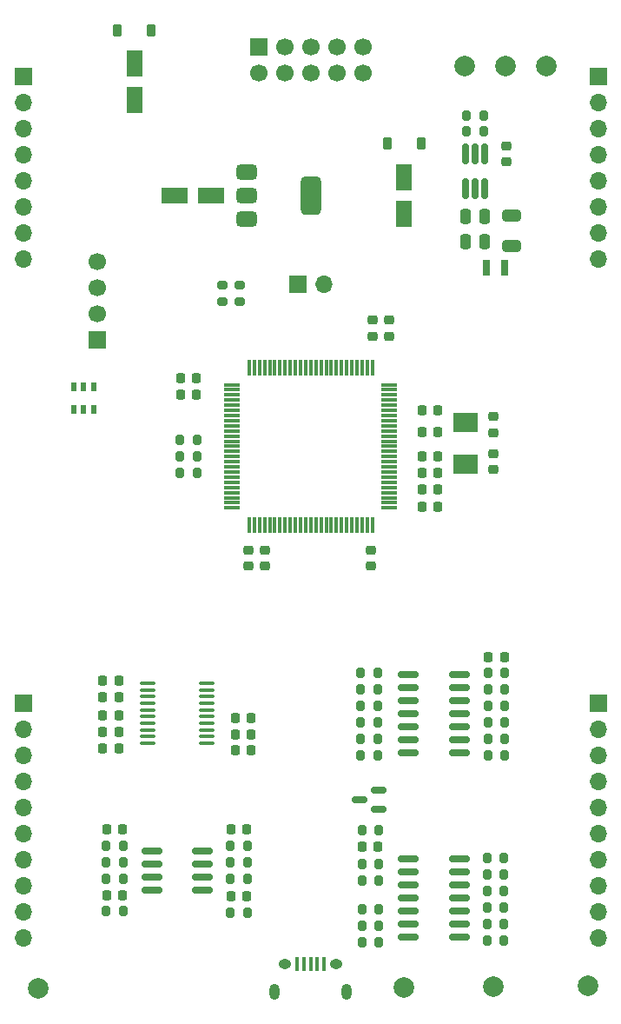
<source format=gbr>
%TF.GenerationSoftware,KiCad,Pcbnew,8.0.7*%
%TF.CreationDate,2025-01-14T15:56:34+00:00*%
%TF.ProjectId,Spectralist_Components,53706563-7472-4616-9c69-73745f436f6d,rev?*%
%TF.SameCoordinates,Original*%
%TF.FileFunction,Soldermask,Bot*%
%TF.FilePolarity,Negative*%
%FSLAX46Y46*%
G04 Gerber Fmt 4.6, Leading zero omitted, Abs format (unit mm)*
G04 Created by KiCad (PCBNEW 8.0.7) date 2025-01-14 15:56:34*
%MOMM*%
%LPD*%
G01*
G04 APERTURE LIST*
G04 Aperture macros list*
%AMRoundRect*
0 Rectangle with rounded corners*
0 $1 Rounding radius*
0 $2 $3 $4 $5 $6 $7 $8 $9 X,Y pos of 4 corners*
0 Add a 4 corners polygon primitive as box body*
4,1,4,$2,$3,$4,$5,$6,$7,$8,$9,$2,$3,0*
0 Add four circle primitives for the rounded corners*
1,1,$1+$1,$2,$3*
1,1,$1+$1,$4,$5*
1,1,$1+$1,$6,$7*
1,1,$1+$1,$8,$9*
0 Add four rect primitives between the rounded corners*
20,1,$1+$1,$2,$3,$4,$5,0*
20,1,$1+$1,$4,$5,$6,$7,0*
20,1,$1+$1,$6,$7,$8,$9,0*
20,1,$1+$1,$8,$9,$2,$3,0*%
G04 Aperture macros list end*
%ADD10R,1.700000X1.700000*%
%ADD11O,1.700000X1.700000*%
%ADD12RoundRect,0.200000X0.200000X0.275000X-0.200000X0.275000X-0.200000X-0.275000X0.200000X-0.275000X0*%
%ADD13RoundRect,0.150000X0.587500X0.150000X-0.587500X0.150000X-0.587500X-0.150000X0.587500X-0.150000X0*%
%ADD14RoundRect,0.225000X-0.250000X0.225000X-0.250000X-0.225000X0.250000X-0.225000X0.250000X0.225000X0*%
%ADD15RoundRect,0.225000X-0.225000X-0.250000X0.225000X-0.250000X0.225000X0.250000X-0.225000X0.250000X0*%
%ADD16RoundRect,0.250000X0.550000X-1.050000X0.550000X1.050000X-0.550000X1.050000X-0.550000X-1.050000X0*%
%ADD17RoundRect,0.225000X0.225000X0.250000X-0.225000X0.250000X-0.225000X-0.250000X0.225000X-0.250000X0*%
%ADD18RoundRect,0.250000X0.650000X-0.325000X0.650000X0.325000X-0.650000X0.325000X-0.650000X-0.325000X0*%
%ADD19RoundRect,0.225000X0.250000X-0.225000X0.250000X0.225000X-0.250000X0.225000X-0.250000X-0.225000X0*%
%ADD20C,2.000000*%
%ADD21RoundRect,0.250000X-0.550000X1.050000X-0.550000X-1.050000X0.550000X-1.050000X0.550000X1.050000X0*%
%ADD22R,2.400000X1.900000*%
%ADD23RoundRect,0.200000X-0.200000X-0.275000X0.200000X-0.275000X0.200000X0.275000X-0.200000X0.275000X0*%
%ADD24RoundRect,0.162500X0.162500X-0.837500X0.162500X0.837500X-0.162500X0.837500X-0.162500X-0.837500X0*%
%ADD25RoundRect,0.225000X0.225000X0.375000X-0.225000X0.375000X-0.225000X-0.375000X0.225000X-0.375000X0*%
%ADD26RoundRect,0.150000X-0.825000X-0.150000X0.825000X-0.150000X0.825000X0.150000X-0.825000X0.150000X0*%
%ADD27RoundRect,0.250000X-0.250000X-0.475000X0.250000X-0.475000X0.250000X0.475000X-0.250000X0.475000X0*%
%ADD28RoundRect,0.075000X0.725000X0.075000X-0.725000X0.075000X-0.725000X-0.075000X0.725000X-0.075000X0*%
%ADD29RoundRect,0.075000X0.075000X0.725000X-0.075000X0.725000X-0.075000X-0.725000X0.075000X-0.725000X0*%
%ADD30RoundRect,0.150000X0.825000X0.150000X-0.825000X0.150000X-0.825000X-0.150000X0.825000X-0.150000X0*%
%ADD31RoundRect,0.100000X-0.637500X-0.100000X0.637500X-0.100000X0.637500X0.100000X-0.637500X0.100000X0*%
%ADD32RoundRect,0.250000X1.050000X0.550000X-1.050000X0.550000X-1.050000X-0.550000X1.050000X-0.550000X0*%
%ADD33O,1.250000X0.950000*%
%ADD34O,1.000000X1.550000*%
%ADD35RoundRect,0.100000X0.100000X-0.575000X0.100000X0.575000X-0.100000X0.575000X-0.100000X-0.575000X0*%
%ADD36C,1.700000*%
%ADD37R,0.600000X0.950000*%
%ADD38RoundRect,0.200000X-0.275000X0.200000X-0.275000X-0.200000X0.275000X-0.200000X0.275000X0.200000X0*%
%ADD39R,0.800000X1.600000*%
%ADD40RoundRect,0.375000X-0.625000X-0.375000X0.625000X-0.375000X0.625000X0.375000X-0.625000X0.375000X0*%
%ADD41RoundRect,0.500000X-0.500000X-1.400000X0.500000X-1.400000X0.500000X1.400000X-0.500000X1.400000X0*%
G04 APERTURE END LIST*
D10*
%TO.C,J2*%
X158000000Y-58000000D03*
D11*
X158000000Y-60540000D03*
X158000000Y-63080000D03*
X158000000Y-65620000D03*
X158000000Y-68160000D03*
X158000000Y-70700000D03*
X158000000Y-73240000D03*
X158000000Y-75780000D03*
%TD*%
D10*
%TO.C,J4*%
X158000000Y-119000000D03*
D11*
X158000000Y-121540000D03*
X158000000Y-124080000D03*
X158000000Y-126620000D03*
X158000000Y-129160000D03*
X158000000Y-131700000D03*
X158000000Y-134240000D03*
X158000000Y-136780000D03*
X158000000Y-139320000D03*
X158000000Y-141860000D03*
%TD*%
D10*
%TO.C,J1*%
X102000000Y-58000000D03*
D11*
X102000000Y-60540000D03*
X102000000Y-63080000D03*
X102000000Y-65620000D03*
X102000000Y-68160000D03*
X102000000Y-70700000D03*
X102000000Y-73240000D03*
X102000000Y-75780000D03*
%TD*%
D10*
%TO.C,J3*%
X102000000Y-119000000D03*
D11*
X102000000Y-121540000D03*
X102000000Y-124080000D03*
X102000000Y-126620000D03*
X102000000Y-129160000D03*
X102000000Y-131700000D03*
X102000000Y-134240000D03*
X102000000Y-136780000D03*
X102000000Y-139320000D03*
X102000000Y-141860000D03*
%TD*%
D12*
%TO.C,R39*%
X118925000Y-96600000D03*
X117275000Y-96600000D03*
%TD*%
D13*
%TO.C,D3*%
X136637500Y-127450000D03*
X136637500Y-129350000D03*
X134762500Y-128400000D03*
%TD*%
D14*
%TO.C,C16*%
X137600000Y-81725000D03*
X137600000Y-83275000D03*
%TD*%
D15*
%TO.C,C21*%
X117325000Y-87400000D03*
X118875000Y-87400000D03*
%TD*%
D16*
%TO.C,C1*%
X139100000Y-71380000D03*
X139100000Y-67780000D03*
%TD*%
D14*
%TO.C,C22*%
X136000000Y-81725000D03*
X136000000Y-83275000D03*
%TD*%
D17*
%TO.C,C11*%
X111275000Y-118400000D03*
X109725000Y-118400000D03*
%TD*%
D15*
%TO.C,C32*%
X122225000Y-137800000D03*
X123775000Y-137800000D03*
%TD*%
D18*
%TO.C,C9*%
X149600000Y-74475000D03*
X149600000Y-71525000D03*
%TD*%
D12*
%TO.C,R25*%
X136525000Y-119300000D03*
X134875000Y-119300000D03*
%TD*%
D19*
%TO.C,C20*%
X123900000Y-105675000D03*
X123900000Y-104125000D03*
%TD*%
D12*
%TO.C,R30*%
X118925000Y-95000000D03*
X117275000Y-95000000D03*
%TD*%
%TO.C,R3*%
X111725000Y-132900000D03*
X110075000Y-132900000D03*
%TD*%
D15*
%TO.C,C31*%
X110125000Y-137700000D03*
X111675000Y-137700000D03*
%TD*%
D20*
%TO.C,TP8*%
X157000000Y-146500000D03*
%TD*%
D21*
%TO.C,C2*%
X112800000Y-56700000D03*
X112800000Y-60300000D03*
%TD*%
D22*
%TO.C,Y1*%
X145100000Y-95750000D03*
X145100000Y-91650000D03*
%TD*%
D23*
%TO.C,R6*%
X122175000Y-134500000D03*
X123825000Y-134500000D03*
%TD*%
D20*
%TO.C,TP6*%
X145000000Y-57000000D03*
%TD*%
D24*
%TO.C,U3*%
X146950000Y-68910000D03*
X146000000Y-68910000D03*
X145050000Y-68910000D03*
X145050000Y-65490000D03*
X146000000Y-65490000D03*
X146950000Y-65490000D03*
%TD*%
D17*
%TO.C,C12*%
X111275000Y-116800000D03*
X109725000Y-116800000D03*
%TD*%
D23*
%TO.C,R4*%
X122175000Y-132900000D03*
X123825000Y-132900000D03*
%TD*%
%TO.C,R14*%
X134975000Y-131400000D03*
X136625000Y-131400000D03*
%TD*%
D12*
%TO.C,R1*%
X146825000Y-61750000D03*
X145175000Y-61750000D03*
%TD*%
D23*
%TO.C,R23*%
X147175000Y-135700000D03*
X148825000Y-135700000D03*
%TD*%
%TO.C,R8*%
X122175000Y-139400000D03*
X123825000Y-139400000D03*
%TD*%
%TO.C,R24*%
X147175000Y-134100000D03*
X148825000Y-134100000D03*
%TD*%
%TO.C,R20*%
X147275000Y-122500000D03*
X148925000Y-122500000D03*
%TD*%
D25*
%TO.C,D1*%
X140750000Y-64480000D03*
X137450000Y-64480000D03*
%TD*%
D26*
%TO.C,U8*%
X114525000Y-137205000D03*
X114525000Y-135935000D03*
X114525000Y-134665000D03*
X114525000Y-133395000D03*
X119475000Y-133395000D03*
X119475000Y-134665000D03*
X119475000Y-135935000D03*
X119475000Y-137205000D03*
%TD*%
D23*
%TO.C,R32*%
X134975000Y-142300000D03*
X136625000Y-142300000D03*
%TD*%
%TO.C,R22*%
X147175000Y-137300000D03*
X148825000Y-137300000D03*
%TD*%
D12*
%TO.C,R11*%
X136525000Y-120900000D03*
X134875000Y-120900000D03*
%TD*%
D17*
%TO.C,C27*%
X124175000Y-120500000D03*
X122625000Y-120500000D03*
%TD*%
%TO.C,C4*%
X142375000Y-96600000D03*
X140825000Y-96600000D03*
%TD*%
%TO.C,C25*%
X111275000Y-121800000D03*
X109725000Y-121800000D03*
%TD*%
D23*
%TO.C,R17*%
X147175000Y-142100000D03*
X148825000Y-142100000D03*
%TD*%
D27*
%TO.C,C6*%
X145050000Y-71650000D03*
X146950000Y-71650000D03*
%TD*%
D17*
%TO.C,C39*%
X118875000Y-89000000D03*
X117325000Y-89000000D03*
%TD*%
D15*
%TO.C,C30*%
X122225000Y-131300000D03*
X123775000Y-131300000D03*
%TD*%
D20*
%TO.C,TP5*%
X153000000Y-57000000D03*
%TD*%
D17*
%TO.C,C23*%
X142375000Y-98200000D03*
X140825000Y-98200000D03*
%TD*%
D12*
%TO.C,R21*%
X136525000Y-124100000D03*
X134875000Y-124100000D03*
%TD*%
D17*
%TO.C,C29*%
X111675000Y-131300000D03*
X110125000Y-131300000D03*
%TD*%
D10*
%TO.C,J7*%
X128725000Y-78200000D03*
D11*
X131265000Y-78200000D03*
%TD*%
D17*
%TO.C,C10*%
X111275000Y-123400000D03*
X109725000Y-123400000D03*
%TD*%
D20*
%TO.C,TP2*%
X149000000Y-57000000D03*
%TD*%
D12*
%TO.C,R31*%
X136625000Y-139100000D03*
X134975000Y-139100000D03*
%TD*%
D17*
%TO.C,C26*%
X111275000Y-120200000D03*
X109725000Y-120200000D03*
%TD*%
D19*
%TO.C,C15*%
X147800000Y-96275000D03*
X147800000Y-94725000D03*
%TD*%
D12*
%TO.C,R37*%
X136625000Y-136300000D03*
X134975000Y-136300000D03*
%TD*%
D15*
%TO.C,C35*%
X147325000Y-114500000D03*
X148875000Y-114500000D03*
%TD*%
D28*
%TO.C,U1*%
X137675000Y-88000000D03*
X137675000Y-88500000D03*
X137675000Y-89000000D03*
X137675000Y-89500000D03*
X137675000Y-90000000D03*
X137675000Y-90500000D03*
X137675000Y-91000000D03*
X137675000Y-91500000D03*
X137675000Y-92000000D03*
X137675000Y-92500000D03*
X137675000Y-93000000D03*
X137675000Y-93500000D03*
X137675000Y-94000000D03*
X137675000Y-94500000D03*
X137675000Y-95000000D03*
X137675000Y-95500000D03*
X137675000Y-96000000D03*
X137675000Y-96500000D03*
X137675000Y-97000000D03*
X137675000Y-97500000D03*
X137675000Y-98000000D03*
X137675000Y-98500000D03*
X137675000Y-99000000D03*
X137675000Y-99500000D03*
X137675000Y-100000000D03*
D29*
X136000000Y-101675000D03*
X135500000Y-101675000D03*
X135000000Y-101675000D03*
X134500000Y-101675000D03*
X134000000Y-101675000D03*
X133500000Y-101675000D03*
X133000000Y-101675000D03*
X132500000Y-101675000D03*
X132000000Y-101675000D03*
X131500000Y-101675000D03*
X131000000Y-101675000D03*
X130500000Y-101675000D03*
X130000000Y-101675000D03*
X129500000Y-101675000D03*
X129000000Y-101675000D03*
X128500000Y-101675000D03*
X128000000Y-101675000D03*
X127500000Y-101675000D03*
X127000000Y-101675000D03*
X126500000Y-101675000D03*
X126000000Y-101675000D03*
X125500000Y-101675000D03*
X125000000Y-101675000D03*
X124500000Y-101675000D03*
X124000000Y-101675000D03*
D28*
X122325000Y-100000000D03*
X122325000Y-99500000D03*
X122325000Y-99000000D03*
X122325000Y-98500000D03*
X122325000Y-98000000D03*
X122325000Y-97500000D03*
X122325000Y-97000000D03*
X122325000Y-96500000D03*
X122325000Y-96000000D03*
X122325000Y-95500000D03*
X122325000Y-95000000D03*
X122325000Y-94500000D03*
X122325000Y-94000000D03*
X122325000Y-93500000D03*
X122325000Y-93000000D03*
X122325000Y-92500000D03*
X122325000Y-92000000D03*
X122325000Y-91500000D03*
X122325000Y-91000000D03*
X122325000Y-90500000D03*
X122325000Y-90000000D03*
X122325000Y-89500000D03*
X122325000Y-89000000D03*
X122325000Y-88500000D03*
X122325000Y-88000000D03*
D29*
X124000000Y-86325000D03*
X124500000Y-86325000D03*
X125000000Y-86325000D03*
X125500000Y-86325000D03*
X126000000Y-86325000D03*
X126500000Y-86325000D03*
X127000000Y-86325000D03*
X127500000Y-86325000D03*
X128000000Y-86325000D03*
X128500000Y-86325000D03*
X129000000Y-86325000D03*
X129500000Y-86325000D03*
X130000000Y-86325000D03*
X130500000Y-86325000D03*
X131000000Y-86325000D03*
X131500000Y-86325000D03*
X132000000Y-86325000D03*
X132500000Y-86325000D03*
X133000000Y-86325000D03*
X133500000Y-86325000D03*
X134000000Y-86325000D03*
X134500000Y-86325000D03*
X135000000Y-86325000D03*
X135500000Y-86325000D03*
X136000000Y-86325000D03*
%TD*%
D17*
%TO.C,C24*%
X142375000Y-99900000D03*
X140825000Y-99900000D03*
%TD*%
D30*
%TO.C,U5*%
X144475000Y-134190000D03*
X144475000Y-135460000D03*
X144475000Y-136730000D03*
X144475000Y-138000000D03*
X144475000Y-139270000D03*
X144475000Y-140540000D03*
X144475000Y-141810000D03*
X139525000Y-141810000D03*
X139525000Y-140540000D03*
X139525000Y-139270000D03*
X139525000Y-138000000D03*
X139525000Y-136730000D03*
X139525000Y-135460000D03*
X139525000Y-134190000D03*
%TD*%
D31*
%TO.C,U2*%
X114137500Y-122925000D03*
X114137500Y-122275000D03*
X114137500Y-121625000D03*
X114137500Y-120975000D03*
X114137500Y-120325000D03*
X114137500Y-119675000D03*
X114137500Y-119025000D03*
X114137500Y-118375000D03*
X114137500Y-117725000D03*
X114137500Y-117075000D03*
X119862500Y-117075000D03*
X119862500Y-117725000D03*
X119862500Y-118375000D03*
X119862500Y-119025000D03*
X119862500Y-119675000D03*
X119862500Y-120325000D03*
X119862500Y-120975000D03*
X119862500Y-121625000D03*
X119862500Y-122275000D03*
X119862500Y-122925000D03*
%TD*%
D23*
%TO.C,R19*%
X147175000Y-140500000D03*
X148825000Y-140500000D03*
%TD*%
D12*
%TO.C,R5*%
X111725000Y-134500000D03*
X110075000Y-134500000D03*
%TD*%
%TO.C,R12*%
X136525000Y-122500000D03*
X134875000Y-122500000D03*
%TD*%
D20*
%TO.C,TP3*%
X139100000Y-146700000D03*
%TD*%
D12*
%TO.C,R27*%
X136525000Y-116100000D03*
X134875000Y-116100000D03*
%TD*%
D23*
%TO.C,R2*%
X145175000Y-63350000D03*
X146825000Y-63350000D03*
%TD*%
%TO.C,R10*%
X122175000Y-136100000D03*
X123825000Y-136100000D03*
%TD*%
D15*
%TO.C,C28*%
X122625000Y-123600000D03*
X124175000Y-123600000D03*
%TD*%
D30*
%TO.C,U7*%
X144475000Y-116190000D03*
X144475000Y-117460000D03*
X144475000Y-118730000D03*
X144475000Y-120000000D03*
X144475000Y-121270000D03*
X144475000Y-122540000D03*
X144475000Y-123810000D03*
X139525000Y-123810000D03*
X139525000Y-122540000D03*
X139525000Y-121270000D03*
X139525000Y-120000000D03*
X139525000Y-118730000D03*
X139525000Y-117460000D03*
X139525000Y-116190000D03*
%TD*%
D17*
%TO.C,C18*%
X142375000Y-92600000D03*
X140825000Y-92600000D03*
%TD*%
D20*
%TO.C,TP7*%
X147800000Y-146600000D03*
%TD*%
D14*
%TO.C,C38*%
X125550000Y-104125000D03*
X125550000Y-105675000D03*
%TD*%
D19*
%TO.C,C19*%
X135900000Y-105675000D03*
X135900000Y-104125000D03*
%TD*%
D15*
%TO.C,C36*%
X135025000Y-133000000D03*
X136575000Y-133000000D03*
%TD*%
%TO.C,C13*%
X122625000Y-122100000D03*
X124175000Y-122100000D03*
%TD*%
D23*
%TO.C,R18*%
X147275000Y-120900000D03*
X148925000Y-120900000D03*
%TD*%
D32*
%TO.C,C5*%
X120300000Y-69600000D03*
X116700000Y-69600000D03*
%TD*%
D23*
%TO.C,R13*%
X147275000Y-124100000D03*
X148925000Y-124100000D03*
%TD*%
D33*
%TO.C,J8*%
X132500000Y-144415000D03*
X127500000Y-144415000D03*
D34*
X126500000Y-147115000D03*
D35*
X131300000Y-144415000D03*
X130650000Y-144415000D03*
X130000000Y-144415000D03*
X129350000Y-144415000D03*
X128700000Y-144415000D03*
D34*
X133500000Y-147115000D03*
%TD*%
D10*
%TO.C,J5*%
X124900000Y-55125000D03*
D36*
X124900000Y-57665000D03*
X127440000Y-55125000D03*
X127440000Y-57665000D03*
X129980000Y-55125000D03*
X129980000Y-57665000D03*
X132520000Y-55125000D03*
X132520000Y-57665000D03*
X135060000Y-55125000D03*
X135060000Y-57665000D03*
%TD*%
D12*
%TO.C,R26*%
X136525000Y-117700000D03*
X134875000Y-117700000D03*
%TD*%
%TO.C,R34*%
X136625000Y-134700000D03*
X134975000Y-134700000D03*
%TD*%
D23*
%TO.C,R35*%
X147275000Y-117700000D03*
X148925000Y-117700000D03*
%TD*%
D20*
%TO.C,TP4*%
X103400000Y-146800000D03*
%TD*%
D27*
%TO.C,C7*%
X145050000Y-74050000D03*
X146950000Y-74050000D03*
%TD*%
D23*
%TO.C,R16*%
X147175000Y-138900000D03*
X148825000Y-138900000D03*
%TD*%
D12*
%TO.C,R33*%
X136625000Y-140700000D03*
X134975000Y-140700000D03*
%TD*%
%TO.C,R9*%
X111725000Y-139300000D03*
X110075000Y-139300000D03*
%TD*%
D17*
%TO.C,C17*%
X142375000Y-90500000D03*
X140825000Y-90500000D03*
%TD*%
D23*
%TO.C,R7*%
X110075000Y-136100000D03*
X111725000Y-136100000D03*
%TD*%
D10*
%TO.C,J6*%
X109200000Y-83600000D03*
D36*
X109200000Y-81060000D03*
X109200000Y-78520000D03*
X109200000Y-75980000D03*
%TD*%
D12*
%TO.C,R38*%
X118925000Y-93400000D03*
X117275000Y-93400000D03*
%TD*%
D23*
%TO.C,R36*%
X147275000Y-116100000D03*
X148925000Y-116100000D03*
%TD*%
D19*
%TO.C,C8*%
X149100000Y-66275000D03*
X149100000Y-64725000D03*
%TD*%
D37*
%TO.C,U6*%
X106918250Y-88175000D03*
X107868250Y-88175000D03*
X108818250Y-88175000D03*
X108818250Y-90425000D03*
X107868250Y-90425000D03*
X106918250Y-90425000D03*
%TD*%
D38*
%TO.C,R15*%
X121400000Y-78275000D03*
X121400000Y-79925000D03*
%TD*%
D23*
%TO.C,R29*%
X147275000Y-119300000D03*
X148925000Y-119300000D03*
%TD*%
D25*
%TO.C,D2*%
X114450000Y-53500000D03*
X111150000Y-53500000D03*
%TD*%
D38*
%TO.C,R28*%
X123100000Y-78275000D03*
X123100000Y-79925000D03*
%TD*%
D14*
%TO.C,C14*%
X147800000Y-91125000D03*
X147800000Y-92675000D03*
%TD*%
D39*
%TO.C,L2*%
X147100000Y-76600000D03*
X148900000Y-76600000D03*
%TD*%
D40*
%TO.C,U4*%
X123750000Y-71900000D03*
X123750000Y-69600000D03*
D41*
X130050000Y-69600000D03*
D40*
X123750000Y-67300000D03*
%TD*%
D17*
%TO.C,C3*%
X142375000Y-95000000D03*
X140825000Y-95000000D03*
%TD*%
M02*

</source>
